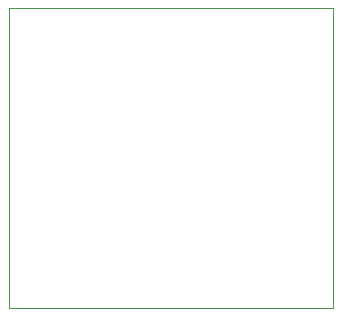
<source format=gbr>
G04 (created by PCBNEW (2013-07-07 BZR 4022)-stable) date 1/19/2014 11:19:52 PM*
%MOIN*%
G04 Gerber Fmt 3.4, Leading zero omitted, Abs format*
%FSLAX34Y34*%
G01*
G70*
G90*
G04 APERTURE LIST*
%ADD10C,0.00590551*%
%ADD11C,0.00393701*%
G04 APERTURE END LIST*
G54D10*
G54D11*
X33750Y-48760D02*
X34255Y-48760D01*
X34260Y-38760D02*
X34260Y-38770D01*
X33745Y-38760D02*
X34260Y-38760D01*
X23460Y-48760D02*
X23460Y-48755D01*
X23760Y-48760D02*
X23460Y-48760D01*
X23765Y-38760D02*
X23455Y-38760D01*
X33755Y-38760D02*
X23755Y-38760D01*
X34255Y-48760D02*
X34255Y-38760D01*
X23760Y-48760D02*
X33755Y-48760D01*
X23460Y-38760D02*
X23460Y-48760D01*
M02*

</source>
